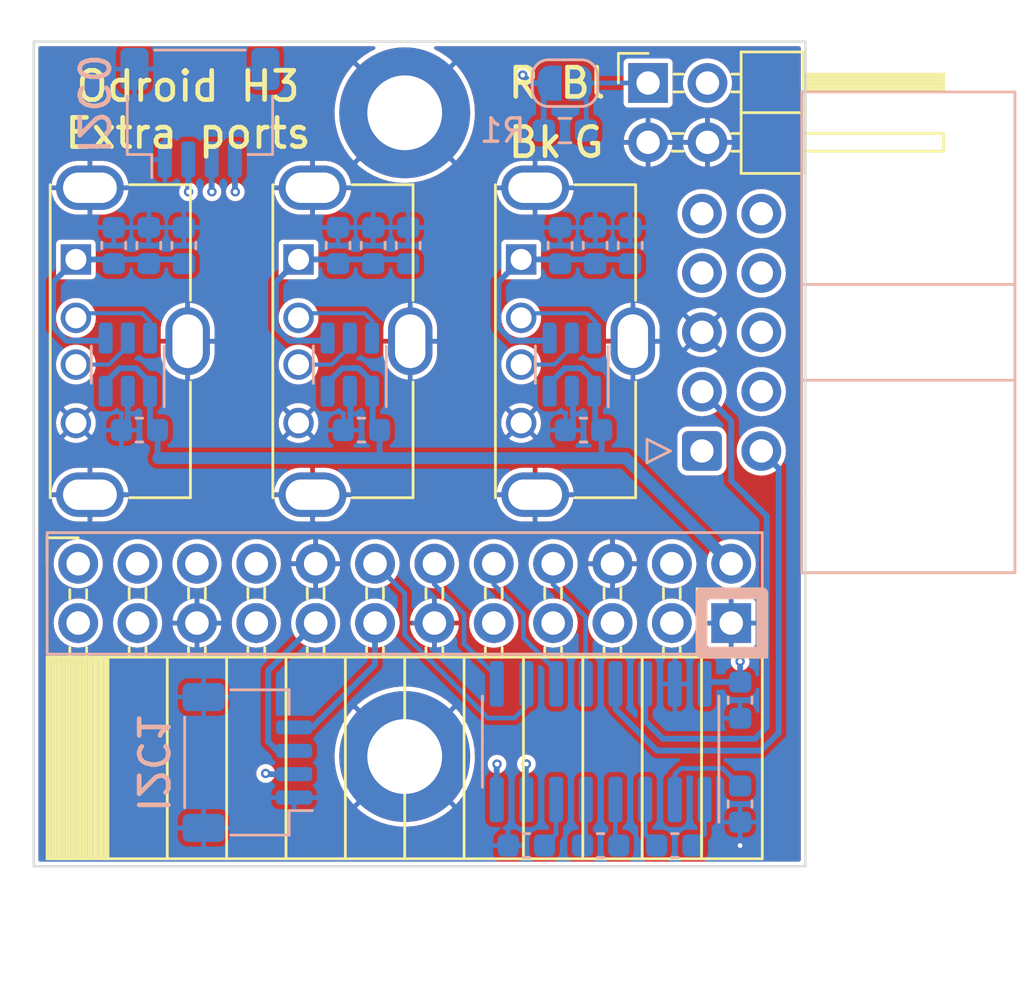
<source format=kicad_pcb>
(kicad_pcb (version 20211014) (generator pcbnew)
  (layers (0 "F.Cu" signal) (1 "In1.Cu" signal) (2 "In2.Cu" signal) (31 "B.Cu" signal) (34 "B.Paste" user) (35 "F.Paste" user) (36 "B.SilkS" user "B.Silkscreen") (37 "F.SilkS" user "F.Silkscreen") (38 "B.Mask" user) (39 "F.Mask" user) (44 "Edge.Cuts" user))
  (net 0 "")
  (net 1 "Net-(C1-Pad1)")
  (net 2 "Net-(C1-Pad2)")
  (net 3 "GND")
  (net 4 "/+3.3V_RUN_H")
  (net 5 "Net-(C3-Pad1)")
  (net 6 "Net-(C3-Pad2)")
  (net 7 "Net-(C4-Pad2)")
  (net 8 "Net-(C5-Pad2)")
  (net 9 "/+5V_RUN_H")
  (net 10 "/USB2_P5_DN")
  (net 11 "/USB2_P5_DP")
  (net 12 "/USB2_P6_DN")
  (net 13 "/USB2_P6_DP")
  (net 14 "/USB2_P7_DN")
  (net 15 "/USB2_P7_DP")
  (net 16 "/PWR_BTN#")
  (net 18 "/RS232_RX")
  (net 19 "/RS232_TX")
  (net 22 "/RS232_RTS")
  (net 23 "/RS232_CTS")
  (net 25 "/UART0_RXD")
  (net 26 "/UART0_TXD")
  (net 27 "/UART0_CTS#")
  (net 28 "/I2C_1_SCL")
  (net 29 "/UART0_RTS#")
  (net 30 "/I2C_1_SDA")
  (net 31 "/I2C_0_SCL")
  (net 32 "/I2C_0_SDA")
  (net 33 "/HDMI_CEC")
  (net 34 "/+V5P0A")
  (net 36 "Net-(J4-Pad1)")
  (net 37 "Net-(J1-Pad1)")
  (net 38 "Net-(J2-Pad1)")
  (net 39 "Net-(J3-Pad1)")
  (footprint "MountingHole:MountingHole_3.2mm_M3_DIN965_Pad" (layer "F.Cu") (at 171.45 79.375)
    (fp_text reference "H2" hide)
    (fp_text value "MountingHole_Pad")
    (pad "1" thru_hole circle (at 0 0) (size 5.6 5.6) (drill 3.2) (layers *.Cu *.Mask) (net 3 "GND"))
  )
  (footprint "Connector_USB:USB_A_Molex_105057_Vertical" (layer "F.Cu") (at 157.381 58.095 -90)
    (fp_text reference "J2" hide)
    (fp_text value "USB_A")
    (pad "1" thru_hole rect (at 0 0 270) (size 1.3 1.3) (drill 0.9) (layers *.Cu *.Mask) (net 38 "Net-(J2-Pad1)"))
    (pad "2" thru_hole circle (at 2.5 0 270) (size 1.3 1.3) (drill 0.9) (layers *.Cu *.Mask) (net 12 "/USB2_P6_DN"))
    (pad "3" thru_hole circle (at 4.5 0 270) (size 1.3 1.3) (drill 0.9) (layers *.Cu *.Mask) (net 13 "/USB2_P6_DP"))
    (pad "4" thru_hole circle (at 7 0 270) (size 1.3 1.3) (drill 0.9) (layers *.Cu *.Mask) (net 3 "GND"))
    (pad "5" thru_hole oval (at -3.07 -0.6 90) (size 1.9 2.9) (drill oval 1.3 2.3) (layers *.Cu *.Mask) (net 3 "GND"))
    (pad "5" thru_hole oval (at 10.07 -0.6 270) (size 1.9 2.9) (drill oval 1.3 2.3) (layers *.Cu *.Mask) (net 3 "GND"))
    (pad "5" thru_hole oval (at 3.5 -4.78) (size 1.9 2.9) (drill oval 1.3 2.3) (layers *.Cu *.Mask) (net 3 "GND"))
  )
  (footprint "Connector_USB:USB_A_Molex_105057_Vertical" (layer "F.Cu") (at 166.906 58.095 -90)
    (fp_text reference "J1" hide)
    (fp_text value "USB_A")
    (pad "1" thru_hole rect (at 0 0 270) (size 1.3 1.3) (drill 0.9) (layers *.Cu *.Mask) (net 37 "Net-(J1-Pad1)"))
    (pad "2" thru_hole circle (at 2.5 0 270) (size 1.3 1.3) (drill 0.9) (layers *.Cu *.Mask) (net 10 "/USB2_P5_DN"))
    (pad "3" thru_hole circle (at 4.5 0 270) (size 1.3 1.3) (drill 0.9) (layers *.Cu *.Mask) (net 11 "/USB2_P5_DP"))
    (pad "4" thru_hole circle (at 7 0 270) (size 1.3 1.3) (drill 0.9) (layers *.Cu *.Mask) (net 3 "GND"))
    (pad "5" thru_hole oval (at 10.07 -0.6 270) (size 1.9 2.9) (drill oval 1.3 2.3) (layers *.Cu *.Mask) (net 3 "GND"))
    (pad "5" thru_hole oval (at -3.07 -0.6 90) (size 1.9 2.9) (drill oval 1.3 2.3) (layers *.Cu *.Mask) (net 3 "GND"))
    (pad "5" thru_hole oval (at 3.5 -4.78) (size 1.9 2.9) (drill oval 1.3 2.3) (layers *.Cu *.Mask) (net 3 "GND"))
  )
  (footprint "MountingHole:MountingHole_3.2mm_M3_DIN965_Pad" (layer "F.Cu") (at 171.45 51.816)
    (fp_text reference "H1" hide)
    (fp_text value "MountingHole_Pad")
    (pad "1" thru_hole circle (at 0 0) (size 5.6 5.6) (drill 3.2) (layers *.Cu *.Mask) (net 3 "GND"))
  )
  (footprint "Connector_PinHeader_2.54mm:PinHeader_2x02_P2.54mm_Horizontal" (layer "F.Cu") (at 181.864 50.541)
    (fp_text reference "J4" hide)
    (fp_text value "Conn_02x02_Odd_Even")
    (pad "1" thru_hole rect (at 0 0) (size 1.7 1.7) (drill 1) (layers *.Cu *.Mask) (net 36 "Net-(J4-Pad1)"))
    (pad "2" thru_hole oval (at 2.54 0) (size 1.7 1.7) (drill 1) (layers *.Cu *.Mask) (net 16 "/PWR_BTN#"))
    (pad "3" thru_hole oval (at 0 2.54) (size 1.7 1.7) (drill 1) (layers *.Cu *.Mask) (net 3 "GND"))
    (pad "4" thru_hole oval (at 2.54 2.54) (size 1.7 1.7) (drill 1) (layers *.Cu *.Mask) (net 3 "GND"))
  )
  (footprint "Connector_USB:USB_A_Molex_105057_Vertical" (layer "F.Cu") (at 176.431 58.095 -90)
    (fp_text reference "J3" hide)
    (fp_text value "USB_A")
    (pad "1" thru_hole rect (at 0 0 270) (size 1.3 1.3) (drill 0.9) (layers *.Cu *.Mask) (net 39 "Net-(J3-Pad1)"))
    (pad "2" thru_hole circle (at 2.5 0 270) (size 1.3 1.3) (drill 0.9) (layers *.Cu *.Mask) (net 14 "/USB2_P7_DN"))
    (pad "3" thru_hole circle (at 4.5 0 270) (size 1.3 1.3) (drill 0.9) (layers *.Cu *.Mask) (net 15 "/USB2_P7_DP"))
    (pad "4" thru_hole circle (at 7 0 270) (size 1.3 1.3) (drill 0.9) (layers *.Cu *.Mask) (net 3 "GND"))
    (pad "5" thru_hole oval (at 3.5 -4.78) (size 1.9 2.9) (drill oval 1.3 2.3) (layers *.Cu *.Mask) (net 3 "GND"))
    (pad "5" thru_hole oval (at -3.07 -0.6 90) (size 1.9 2.9) (drill oval 1.3 2.3) (layers *.Cu *.Mask) (net 3 "GND"))
    (pad "5" thru_hole oval (at 10.07 -0.6 270) (size 1.9 2.9) (drill oval 1.3 2.3) (layers *.Cu *.Mask) (net 3 "GND"))
  )
  (footprint "Connector_PinSocket_2.54mm:PinSocket_2x12_P2.54mm_Horizontal" (layer "F.Cu") (at 157.48 71.12 90)
    (fp_text reference "J6" hide)
    (fp_text value "Conn_02x12_Odd_Even")
    (pad "1" thru_hole circle (at 0 0 90) (size 1.7 1.7) (drill 1) (layers *.Cu *.Mask) (net 34 "/+V5P0A"))
    (pad "2" thru_hole oval (at -2.54 0 90) (size 1.7 1.7) (drill 1) (layers *.Cu *.Mask) (net 12 "/USB2_P6_DN"))
    (pad "3" thru_hole oval (at 0 2.54 90) (size 1.7 1.7) (drill 1) (layers *.Cu *.Mask) (net 33 "/HDMI_CEC"))
    (pad "4" thru_hole oval (at -2.54 2.54 90) (size 1.7 1.7) (drill 1) (layers *.Cu *.Mask) (net 13 "/USB2_P6_DP"))
    (pad "5" thru_hole oval (at 0 5.08 90) (size 1.7 1.7) (drill 1) (layers *.Cu *.Mask) (net 32 "/I2C_0_SDA"))
    (pad "6" thru_hole oval (at -2.54 5.08 90) (size 1.7 1.7) (drill 1) (layers *.Cu *.Mask) (net 3 "GND"))
    (pad "7" thru_hole oval (at 0 7.62 90) (size 1.7 1.7) (drill 1) (layers *.Cu *.Mask) (net 31 "/I2C_0_SCL"))
    (pad "8" thru_hole oval (at -2.54 7.62 90) (size 1.7 1.7) (drill 1) (layers *.Cu *.Mask) (net 16 "/PWR_BTN#"))
    (pad "9" thru_hole oval (at 0 10.16 90) (size 1.7 1.7) (drill 1) (layers *.Cu *.Mask) (net 3 "GND"))
    (pad "10" thru_hole oval (at -2.54 10.16 90) (size 1.7 1.7) (drill 1) (layers *.Cu *.Mask) (net 30 "/I2C_1_SDA"))
    (pad "11" thru_hole oval (at 0 12.7 90) (size 1.7 1.7) (drill 1) (layers *.Cu *.Mask) (net 29 "/UART0_RTS#"))
    (pad "12" thru_hole oval (at -2.54 12.7 90) (size 1.7 1.7) (drill 1) (layers *.Cu *.Mask) (net 28 "/I2C_1_SCL"))
    (pad "13" thru_hole oval (at 0 15.24 90) (size 1.7 1.7) (drill 1) (layers *.Cu *.Mask) (net 27 "/UART0_CTS#"))
    (pad "14" thru_hole oval (at -2.54 15.24 90) (size 1.7 1.7) (drill 1) (layers *.Cu *.Mask) (net 3 "GND"))
    (pad "15" thru_hole oval (at 0 17.78 90) (size 1.7 1.7) (drill 1) (layers *.Cu *.Mask) (net 26 "/UART0_TXD"))
    (pad "16" thru_hole oval (at -2.54 17.78 90) (size 1.7 1.7) (drill 1) (layers *.Cu *.Mask) (net 10 "/USB2_P5_DN"))
    (pad "17" thru_hole oval (at 0 20.32 90) (size 1.7 1.7) (drill 1) (layers *.Cu *.Mask) (net 25 "/UART0_RXD"))
    (pad "18" thru_hole oval (at -2.54 20.32 90) (size 1.7 1.7) (drill 1) (layers *.Cu *.Mask) (net 11 "/USB2_P5_DP"))
    (pad "19" thru_hole oval (at 0 22.86 90) (size 1.7 1.7) (drill 1) (layers *.Cu *.Mask) (net 3 "GND"))
    (pad "20" thru_hole oval (at -2.54 22.86 90) (size 1.7 1.7) (drill 1) (layers *.Cu *.Mask) (net 14 "/USB2_P7_DN"))
    (pad "21" thru_hole oval (at 0 25.4 90) (size 1.7 1.7) (drill 1) (layers *.Cu *.Mask) (net 4 "/+3.3V_RUN_H"))
    (pad "22" thru_hole oval (at -2.54 25.4 90) (size 1.7 1.7) (drill 1) (layers *.Cu *.Mask) (net 15 "/USB2_P7_DP"))
    (pad "23" thru_hole oval (at 0 27.94 90) (size 1.7 1.7) (drill 1) (layers *.Cu *.Mask) (net 9 "/+5V_RUN_H"))
    (pad "24" thru_hole oval (at -2.54 27.94 90) (size 1.7 1.7) (drill 1) (layers *.Cu *.Mask) (net 3 "GND"))
  )
  (footprint "Capacitor_SMD:C_0603_1608Metric" (layer "B.Cu") (at 171.6 57.5 -90)
    (fp_text reference "C9" hide)
    (fp_text value "47u")
    (pad "1" smd roundrect (at -0.775 0 270) (size 0.9 0.95) (layers "B.Cu" "B.Paste" "B.Mask") (net 3 "GND"))
    (pad "2" smd roundrect (at 0.775 0 270) (size 0.9 0.95) (layers "B.Cu" "B.Paste" "B.Mask") (net 37 "Net-(J1-Pad1)"))
  )
  (footprint "Jumper:SolderJumper-2_P1.3mm_Open_RoundedPad1.0x1.5mm" (layer "B.Cu") (at 178.308 50.546 180)
    (fp_text reference "JP1" hide)
    (fp_text value "Solder Jumper")
    (pad "1" smd custom (at -0.65 0 180) (size 1 0.5) (layers "B.Cu" "B.Mask") (net 36 "Net-(J4-Pad1)") (options (clearance outline) (anchor rect)) (primitives (gr_circle (center 0 -0.25) (end 0.5 -0.25) (width 0) (fill yes)) (gr_circle (center 0 0.25) (end 0.5 0.25) (width 0) (fill yes)) (gr_poly (pts (xy 0.5 -0.75) (xy 0 -0.75) (xy 0 0.75) (xy 0.5 0.75)) (width 0) (fill yes))))
    (pad "2" smd custom (at 0.65 0 180) (size 1 0.5) (layers "B.Cu" "B.Mask") (net 4 "/+3.3V_RUN_H") (options (clearance outline) (anchor rect)) (primitives (gr_circle (center 0 -0.25) (end 0.5 -0.25) (width 0) (fill yes)) (gr_circle (center 0 0.25) (end 0.5 0.25) (width 0) (fill yes)) (gr_poly (pts (xy 0 -0.75) (xy -0.5 -0.75) (xy -0.5 0.75) (xy 0 0.75)) (width 0) (fill yes))))
  )
  (footprint "Package_TO_SOT_SMD:SOT-23-6" (layer "B.Cu") (at 169.1 62.6 90)
    (fp_text reference "U2" hide)
    (fp_text value "TPD3S014")
    (pad "1" smd roundrect (at -1.1375 0.95 90) (size 1.325 0.6) (layers "B.Cu" "B.Paste" "B.Mask") (net 9 "/+5V_RUN_H"))
    (pad "2" smd roundrect (at -1.1375 0 90) (size 1.325 0.6) (layers "B.Cu" "B.Paste" "B.Mask") (net 3 "GND"))
    (pad "3" smd roundrect (at -1.1375 -0.95 90) (size 1.325 0.6) (layers "B.Cu" "B.Paste" "B.Mask") (net 9 "/+5V_RUN_H"))
    (pad "4" smd roundrect (at 1.1375 -0.95 90) (size 1.325 0.6) (layers "B.Cu" "B.Paste" "B.Mask") (net 37 "Net-(J1-Pad1)"))
    (pad "5" smd roundrect (at 1.1375 0 90) (size 1.325 0.6) (layers "B.Cu" "B.Paste" "B.Mask") (net 11 "/USB2_P5_DP"))
    (pad "6" smd roundrect (at 1.1375 0.95 90) (size 1.325 0.6) (layers "B.Cu" "B.Paste" "B.Mask") (net 10 "/USB2_P5_DN"))
  )
  (footprint "Connector_PinHeader_2.54mm:PinHeader_2x12_P2.54mm_Vertical" (layer "B.Cu") (at 185.42 73.66 90)
    (fp_text reference "J9" hide)
    (fp_text value "Conn_02x12_Odd_Even")
    (pad "1" thru_hole rect (at 0 0 90) (size 1.7 1.7) (drill 1) (layers *.Cu *.Mask) (net 3 "GND"))
    (pad "2" thru_hole oval (at 2.54 0 90) (size 1.7 1.7) (drill 1) (layers *.Cu *.Mask) (net 9 "/+5V_RUN_H"))
    (pad "3" thru_hole oval (at 0 -2.54 90) (size 1.7 1.7) (drill 1) (layers *.Cu *.Mask) (net 15 "/USB2_P7_DP"))
    (pad "4" thru_hole oval (at 2.54 -2.54 90) (size 1.7 1.7) (drill 1) (layers *.Cu *.Mask) (net 4 "/+3.3V_RUN_H"))
    (pad "5" thru_hole oval (at 0 -5.08 90) (size 1.7 1.7) (drill 1) (layers *.Cu *.Mask) (net 14 "/USB2_P7_DN"))
    (pad "6" thru_hole oval (at 2.54 -5.08 90) (size 1.7 1.7) (drill 1) (layers *.Cu *.Mask) (net 3 "GND"))
    (pad "7" thru_hole oval (at 0 -7.62 90) (size 1.7 1.7) (drill 1) (layers *.Cu *.Mask) (net 11 "/USB2_P5_DP"))
    (pad "8" thru_hole oval (at 2.54 -7.62 90) (size 1.7 1.7) (drill 1) (layers *.Cu *.Mask) (net 25 "/UART0_RXD"))
    (pad "9" thru_hole oval (at 0 -10.16 90) (size 1.7 1.7) (drill 1) (layers *.Cu *.Mask) (net 10 "/USB2_P5_DN"))
    (pad "10" thru_hole oval (at 2.54 -10.16 90) (size 1.7 1.7) (drill 1) (layers *.Cu *.Mask) (net 26 "/UART0_TXD"))
    (pad "11" thru_hole oval (at 0 -12.7 90) (size 1.7 1.7) (drill 1) (layers *.Cu *.Mask) (net 3 "GND"))
    (pad "12" thru_hole oval (at 2.54 -12.7 90) (size 1.7 1.7) (drill 1) (layers *.Cu *.Mask) (net 27 "/UART0_CTS#"))
    (pad "13" thru_hole oval (at 0 -15.24 90) (size 1.7 1.7) (drill 1) (layers *.Cu *.Mask) (net 28 "/I2C_1_SCL"))
    (pad "14" thru_hole oval (at 2.54 -15.24 90) (size 1.7 1.7) (drill 1) (layers *.Cu *.Mask) (net 29 "/UART0_RTS#"))
    (pad "15" thru_hole oval (at 0 -17.78 90) (size 1.7 1.7) (drill 1) (layers *.Cu *.Mask) (net 30 "/I2C_1_SDA"))
    (pad "16" thru_hole oval (at 2.54 -17.78 90) (size 1.7 1.7) (drill 1) (layers *.Cu *.Mask) (net 3 "GND"))
    (pad "17" thru_hole oval (at 0 -20.32 90) (size 1.7 1.7) (drill 1) (layers *.Cu *.Mask) (net 16 "/PWR_BTN#"))
    (pad "18" thru_hole oval (at 2.54 -20.32 90) (size 1.7 1.7) (drill 1) (layers *.Cu *.Mask) (net 31 "/I2C_0_SCL"))
    (pad "19" thru_hole oval (at 0 -22.86 90) (size 1.7 1.7) (drill 1) (layers *.Cu *.Mask) (net 3 "GND"))
    (pad "20" thru_hole oval (at 2.54 -22.86 90) (size 1.7 1.7) (drill 1) (layers *.Cu *.Mask) (net 32 "/I2C_0_SDA"))
    (pad "21" thru_hole oval (at 0 -25.4 90) (size 1.7 1.7) (drill 1) (layers *.Cu *.Mask) (net 13 "/USB2_P6_DP"))
    (pad "22" thru_hole oval (at 2.54 -25.4 90) (size 1.7 1.7) (drill 1) (layers *.Cu *.Mask) (net 33 "/HDMI_CEC"))
    (pad "23" thru_hole oval (at 0 -27.94 90) (size 1.7 1.7) (drill 1) (layers *.Cu *.Mask) (net 12 "/USB2_P6_DN"))
    (pad "24" thru_hole oval (at 2.54 -27.94 90) (size 1.7 1.7) (drill 1) (layers *.Cu *.Mask) (net 34 "/+V5P0A"))
  )
  (footprint "Capacitor_SMD:C_0603_1608Metric" (layer "B.Cu") (at 160.5 57.5 -90)
    (fp_text reference "C12" hide)
    (fp_text value "47u")
    (pad "1" smd roundrect (at -0.775 0 270) (size 0.9 0.95) (layers "B.Cu" "B.Paste" "B.Mask") (net 3 "GND"))
    (pad "2" smd roundrect (at 0.775 0 270) (size 0.9 0.95) (layers "B.Cu" "B.Paste" "B.Mask") (net 38 "Net-(J2-Pad1)"))
  )
  (footprint "Capacitor_SMD:C_0603_1608Metric" (layer "B.Cu") (at 181.1 57.5 -90)
    (fp_text reference "C17" hide)
    (fp_text value "47u")
    (pad "1" smd roundrect (at -0.775 0 270) (size 0.9 0.95) (layers "B.Cu" "B.Paste" "B.Mask") (net 3 "GND"))
    (pad "2" smd roundrect (at 0.775 0 270) (size 0.9 0.95) (layers "B.Cu" "B.Paste" "B.Mask") (net 39 "Net-(J3-Pad1)"))
  )
  (footprint "Capacitor_SMD:C_0603_1608Metric" (layer "B.Cu") (at 185.801 76.962 90)
    (fp_text reference "C2" hide)
    (fp_text value "1u 16V")
    (pad "1" smd roundrect (at -0.775 0 90) (size 0.9 0.95) (layers "B.Cu" "B.Paste" "B.Mask") (net 3 "GND"))
    (pad "2" smd roundrect (at 0.775 0 90) (size 0.9 0.95) (layers "B.Cu" "B.Paste" "B.Mask") (net 4 "/+3.3V_RUN_H"))
  )
  (footprint "Capacitor_SMD:C_0603_1608Metric" (layer "B.Cu") (at 160.1 65.4 180)
    (fp_text reference "C10" hide)
    (fp_text value "100n")
    (pad "1" smd roundrect (at -0.775 0 180) (size 0.9 0.95) (layers "B.Cu" "B.Paste" "B.Mask") (net 9 "/+5V_RUN_H"))
    (pad "2" smd roundrect (at 0.775 0 180) (size 0.9 0.95) (layers "B.Cu" "B.Paste" "B.Mask") (net 3 "GND"))
  )
  (footprint "Capacitor_SMD:C_0603_1608Metric" (layer "B.Cu") (at 159 57.5 -90)
    (fp_text reference "C11" hide)
    (fp_text value "47u")
    (pad "1" smd roundrect (at -0.775 0 270) (size 0.9 0.95) (layers "B.Cu" "B.Paste" "B.Mask") (net 3 "GND"))
    (pad "2" smd roundrect (at 0.775 0 270) (size 0.9 0.95) (layers "B.Cu" "B.Paste" "B.Mask") (net 38 "Net-(J2-Pad1)"))
  )
  (footprint "Capacitor_SMD:C_0603_1608Metric" (layer "B.Cu") (at 178.1 57.5 -90)
    (fp_text reference "C15" hide)
    (fp_text value "47u")
    (pad "1" smd roundrect (at -0.775 0 270) (size 0.9 0.95) (layers "B.Cu" "B.Paste" "B.Mask") (net 3 "GND"))
    (pad "2" smd roundrect (at 0.775 0 270) (size 0.9 0.95) (layers "B.Cu" "B.Paste" "B.Mask") (net 39 "Net-(J3-Pad1)"))
  )
  (footprint "Package_SO:SOIC-16_3.9x9.9mm_P1.27mm" (layer "B.Cu") (at 179.832 78.74 90)
    (fp_text reference "U1" hide)
    (fp_text value "MAX3232")
    (pad "1" smd roundrect (at -2.475 4.445 90) (size 1.95 0.6) (layers "B.Cu" "B.Paste" "B.Mask") (net 1 "Net-(C1-Pad1)"))
    (pad "2" smd roundrect (at -2.475 3.175 90) (size 1.95 0.6) (layers "B.Cu" "B.Paste" "B.Mask") (net 7 "Net-(C4-Pad2)"))
    (pad "3" smd roundrect (at -2.475 1.905 90) (size 1.95 0.6) (layers "B.Cu" "B.Paste" "B.Mask") (net 2 "Net-(C1-Pad2)"))
    (pad "4" smd roundrect (at -2.475 0.635 90) (size 1.95 0.6) (layers "B.Cu" "B.Paste" "B.Mask") (net 6 "Net-(C3-Pad2)"))
    (pad "5" smd roundrect (at -2.475 -0.635 90) (size 1.95 0.6) (layers "B.Cu" "B.Paste" "B.Mask") (net 5 "Net-(C3-Pad1)"))
    (pad "6" smd roundrect (at -2.475 -1.905 90) (size 1.95 0.6) (layers "B.Cu" "B.Paste" "B.Mask") (net 8 "Net-(C5-Pad2)"))
    (pad "7" smd roundrect (at -2.475 -3.175 90) (size 1.95 0.6) (layers "B.Cu" "B.Paste" "B.Mask") (net 22 "/RS232_RTS"))
    (pad "8" smd roundrect (at -2.475 -4.445 90) (size 1.95 0.6) (layers "B.Cu" "B.Paste" "B.Mask") (net 23 "/RS232_CTS"))
    (pad "9" smd roundrect (at 2.475 -4.445 90) (size 1.95 0.6) (layers "B.Cu" "B.Paste" "B.Mask") (net 27 "/UART0_CTS#"))
    (pad "10" smd roundrect (at 2.475 -3.175 90) (size 1.95 0.6) (layers "B.Cu" "B.Paste" "B.Mask") (net 29 "/UART0_RTS#"))
    (pad "11" smd roundrect (at 2.475 -1.905 90) (size 1.95 0.6) (layers "B.Cu" "B.Paste" "B.Mask") (net 26 "/UART0_TXD"))
    (pad "12" smd roundrect (at 2.475 -0.635 90) (size 1.95 0.6) (layers "B.Cu" "B.Paste" "B.Mask") (net 25 "/UART0_RXD"))
    (pad "13" smd roundrect (at 2.475 0.635 90) (size 1.95 0.6) (layers "B.Cu" "B.Paste" "B.Mask") (net 18 "/RS232_RX"))
    (pad "14" smd roundrect (at 2.475 1.905 90) (size 1.95 0.6) (layers "B.Cu" "B.Paste" "B.Mask") (net 19 "/RS232_TX"))
    (pad "15" smd roundrect (at 2.475 3.175 90) (size 1.95 0.6) (layers "B.Cu" "B.Paste" "B.Mask") (net 3 "GND"))
    (pad "16" smd roundrect (at 2.475 4.445 90) (size 1.95 0.6) (layers "B.Cu" "B.Paste" "B.Mask") (net 4 "/+3.3V_RUN_H"))
  )
  (footprint "Package_TO_SOT_SMD:SOT-23-6" (layer "B.Cu") (at 159.6 62.6 90)
    (fp_text reference "U3" hide)
    (fp_text value "TPD3S014")
    (pad "1" smd roundrect (at -1.1375 0.95 90) (size 1.325 0.6) (layers "B.Cu" "B.Paste" "B.Mask") (net 9 "/+5V_RUN_H"))
    (pad "2" smd roundrect (at -1.1375 0 90) (size 1.325 0.6) (layers "B.Cu" "B.Paste" "B.Mask") (net 3 "GND"))
    (pad "3" smd roundrect (at -1.1375 -0.95 90) (size 1.325 0.6) (layers "B.Cu" "B.Paste" "B.Mask") (net 9 "/+5V_RUN_H"))
    (pad "4" smd roundrect (at 1.1375 -0.95 90) (size 1.325 0.6) (layers "B.Cu" "B.Paste" "B.Mask") (net 38 "Net-(J2-Pad1)"))
    (pad "5" smd roundrect (at 1.1375 0 90) (size 1.325 0.6) (layers "B.Cu" "B.Paste" "B.Mask") (net 13 "/USB2_P6_DP"))
    (pad "6" smd roundrect (at 1.1375 0.95 90) (size 1.325 0.6) (layers "B.Cu" "B.Paste" "B.Mask") (net 12 "/USB2_P6_DN"))
  )
  (footprint "Capacitor_SMD:C_0603_1608Metric" (layer "B.Cu") (at 183.007 83.185 180)
    (fp_text reference "C1" hide)
    (fp_text value "100n 16V")
    (pad "1" smd roundrect (at -0.775 0 180) (size 0.9 0.95) (layers "B.Cu" "B.Paste" "B.Mask") (net 1 "Net-(C1-Pad1)"))
    (pad "2" smd roundrect (at 0.775 0 180) (size 0.9 0.95) (layers "B.Cu" "B.Paste" "B.Mask") (net 2 "Net-(C1-Pad2)"))
  )
  (footprint "Capacitor_SMD:C_0603_1608Metric" (layer "B.Cu") (at 179.1 65.4 180)
    (fp_text reference "C14" hide)
    (fp_text value "100n")
    (pad "1" smd roundrect (at -0.775 0 180) (size 0.9 0.95) (layers "B.Cu" "B.Paste" "B.Mask") (net 9 "/+5V_RUN_H"))
    (pad "2" smd roundrect (at 0.775 0 180) (size 0.9 0.95) (layers "B.Cu" "B.Paste" "B.Mask") (net 3 "GND"))
  )
  (footprint "Capacitor_SMD:C_0603_1608Metric" (layer "B.Cu") (at 168.6 57.5 -90)
    (fp_text reference "C7" hide)
    (fp_text value "47u")
    (pad "1" smd roundrect (at -0.775 0 270) (size 0.9 0.95) (layers "B.Cu" "B.Paste" "B.Mask") (net 3 "GND"))
    (pad "2" smd roundrect (at 0.775 0 270) (size 0.9 0.95) (layers "B.Cu" "B.Paste" "B.Mask") (net 37 "Net-(J1-Pad1)"))
  )
  (footprint "Package_TO_SOT_SMD:SOT-23-6" (layer "B.Cu") (at 178.6 62.6 90)
    (fp_text reference "U4" hide)
    (fp_text value "TPD3S014")
    (pad "1" smd roundrect (at -1.1375 0.95 90) (size 1.325 0.6) (layers "B.Cu" "B.Paste" "B.Mask") (net 9 "/+5V_RUN_H"))
    (pad "2" smd roundrect (at -1.1375 0 90) (size 1.325 0.6) (layers "B.Cu" "B.Paste" "B.Mask") (net 3 "GND"))
    (pad "3" smd roundrect (at -1.1375 -0.95 90) (size 1.325 0.6) (layers "B.Cu" "B.Paste" "B.Mask") (net 9 "/+5V_RUN_H"))
    (pad "4" smd roundrect (at 1.1375 -0.95 90) (size 1.325 0.6) (layers "B.Cu" "B.Paste" "B.Mask") (net 39 "Net-(J3-Pad1)"))
    (pad "5" smd roundrect (at 1.1375 0 90) (size 1.325 0.6) (layers "B.Cu" "B.Paste" "B.Mask") (net 15 "/USB2_P7_DP"))
    (pad "6" smd roundrect (at 1.1375 0.95 90) (size 1.325 0.6) (layers "B.Cu" "B.Paste" "B.Mask") (net 14 "/USB2_P7_DN"))
  )
  (footprint "Capacitor_SMD:C_0603_1608Metric" (layer "B.Cu") (at 176.657 83.185)
    (fp_text reference "C5" hide)
    (fp_text value "100n 16V")
    (pad "1" smd roundrect (at -0.775 0) (size 0.9 0.95) (layers "B.Cu" "B.Paste" "B.Mask") (net 3 "GND"))
    (pad "2" smd roundrect (at 0.775 0) (size 0.9 0.95) (layers "B.Cu" "B.Paste" "B.Mask") (net 8 "Net-(C5-Pad2)"))
  )
  (footprint "Capacitor_SMD:C_0603_1608Metric" (layer "B.Cu") (at 179.6 57.5 -90)
    (fp_text reference "C16" hide)
    (fp_text value "47u")
    (pad "1" smd roundrect (at -0.775 0 270) (size 0.9 0.95) (layers "B.Cu" "B.Paste" "B.Mask") (net 3 "GND"))
    (pad "2" smd roundrect (at 0.775 0 270) (size 0.9 0.95) (layers "B.Cu" "B.Paste" "B.Mask") (net 39 "Net-(J3-Pad1)"))
  )
  (footprint "Connector_IDC:IDC-Header_2x05_P2.54mm_Horizontal" (layer "B.Cu") (at 184.1675 66.294)
    (fp_text reference "J5" hide)
    (fp_text value "RS232")
    (pad "1" thru_hole roundrect (at 0 0) (size 1.7 1.7) (drill 1) (layers *.Cu *.Mask) (roundrect_rratio 0.147059))
    (pad "2" thru_hole circle (at 2.54 0) (size 1.7 1.7) (drill 1) (layers *.Cu *.Mask) (net 18 "/RS232_RX"))
    (pad "3" thru_hole circle (at 0 -2.54) (size 1.7 1.7) (drill 1) (layers *.Cu *.Mask) (net 19 "/RS232_TX"))
    (pad "4" thru_hole circle (at 2.54 -2.54) (size 1.7 1.7) (drill 1) (layers *.Cu *.Mask))
    (pad "5" thru_hole circle (at 0 -5.08) (size 1.7 1.7) (drill 1) (layers *.Cu *.Mask) (net 3 "GND"))
    (pad "6" thru_hole circle (at 2.54 -5.08) (size 1.7 1.7) (drill 1) (layers *.Cu *.Mask))
    (pad "7" thru_hole circle (at 0 -7.62) (size 1.7 1.7) (drill 1) (layers *.Cu *.Mask) (net 22 "/RS232_RTS"))
    (pad "8" thru_hole circle (at 2.54 -7.62) (size 1.7 1.7) (drill 1) (layers *.Cu *.Mask) (net 23 "/RS232_CTS"))
    (pad "9" thru_hole circle (at 0 -10.16) (size 1.7 1.7) (drill 1) (layers *.Cu *.Mask))
    (pad "10" thru_hole circle (at 2.54 -10.16) (size 1.7 1.7) (drill 1) (layers *.Cu *.Mask))
  )
  (footprint "Capacitor_SMD:C_0603_1608Metric" (layer "B.Cu") (at 179.832 83.185)
    (fp_text reference "C3" hide)
    (fp_text value "100n 16V")
    (pad "1" smd roundrect (at -0.775 0) (size 0.9 0.95) (layers "B.Cu" "B.Paste" "B.Mask") (net 5 "Net-(C3-Pad1)"))
    (pad "2" smd roundrect (at 0.775 0) (size 0.9 0.95) (layers "B.Cu" "B.Paste" "B.Mask") (net 6 "Net-(C3-Pad2)"))
  )
  (footprint "Capacitor_SMD:C_0603_1608Metric" (layer "B.Cu") (at 185.8 81.407 90)
    (fp_text reference "C4" hide)
    (fp_text value "100n 16V")
    (pad "1" smd roundrect (at -0.775 0 90) (size 0.9 0.95) (layers "B.Cu" "B.Paste" "B.Mask") (net 3 "GND"))
    (pad "2" smd roundrect (at 0.775 0 90) (size 0.9 0.95) (layers "B.Cu" "B.Paste" "B.Mask") (net 7 "Net-(C4-Pad2)"))
  )
  (footprint "Resistor_SMD:R_0603_1608Metric_Pad0.98x0.95mm_HandSolder" (layer "B.Cu") (at 178.308 52.578 180)
    (fp_text reference "R1" (at 2.667 0) (layer "B.SilkS") (effects (justify mirror)))
    (fp_text value "DNI")
    (pad "1" smd roundrect (at -0.9125 0 180) (size 0.975 0.95) (layers "B.Cu" "B.Paste" "B.Mask") (net 36 "Net-(J4-Pad1)"))
    (pad "2" smd roundrect (at 0.9125 0 180) (size 0.975 0.95) (layers "B.Cu" "B.Paste" "B.Mask") (net 4 "/+3.3V_RUN_H"))
  )
  (footprint "Connector_JST:JST_SH_SM04B-SRSS-TB_1x04-1MP_P1.00mm_Horizontal" (layer "B.Cu") (at 162.687 51.816)
    (fp_text reference "J7" hide)
    (fp_text value "Qwiik")
    (pad "1" smd roundrect (at -1.5 2) (size 0.6 1.55) (layers "B.Cu" "B.Paste" "B.Mask") (net 3 "GND"))
    (pad "2" smd roundrect (at -0.5 2) (size 0.6 1.55) (layers "B.Cu" "B.Paste" "B.Mask") (net 4 "/+3.3V_RUN_H"))
    (pad "3" smd roundrect (at 0.5 2) (size 0.6 1.55) (layers "B.Cu" "B.Paste" "B.Mask") (net 32 "/I2C_0_SDA"))
    (pad "4" smd roundrect (at 1.5 2) (size 0.6 1.55) (layers "B.Cu" "B.Paste" "B.Mask") (net 31 "/I2C_0_SCL"))
    (pad "MP" smd roundrect (at 2.8 -1.875) (size 1.2 1.8) (layers "B.Cu" "B.Paste" "B.Mask") (roundrect_rratio 0.208333) (net 3 "GND"))
    (pad "MP" smd roundrect (at -2.8 -1.875) (size 1.2 1.8) (layers "B.Cu" "B.Paste" "B.Mask") (roundrect_rratio 0.208333) (net 3 "GND"))
  )
  (footprint "Capacitor_SMD:C_0603_1608Metric" (layer "B.Cu") (at 170.1 57.5 -90)
    (fp_text reference "C8" hide)
    (fp_text value "47u")
    (pad "1" smd roundrect (at -0.775 0 270) (size 0.9 0.95) (layers "B.Cu" "B.Paste" "B.Mask") (net 3 "GND"))
    (pad "2" smd roundrect (at 0.775 0 270) (size 0.9 0.95) (layers "B.Cu" "B.Paste" "B.Mask") (net 37 "Net-(J1-Pad1)"))
  )
  (footprint "Capacitor_SMD:C_0603_1608Metric" (layer "B.Cu") (at 162 57.5 -90)
    (fp_text reference "C13" hide)
    (fp_text value "47u")
    (pad "1" smd roundrect (at -0.775 0 270) (size 0.9 0.95) (layers "B.Cu" "B.Paste" "B.Mask") (net 3 "GND"))
    (pad "2" smd roundrect (at 0.775 0 270) (size 0.9 0.95) (layers "B.Cu" "B.Paste" "B.Mask") (net 38 "Net-(J2-Pad1)"))
  )
  (footprint "Connector_JST:JST_SH_SM04B-SRSS-TB_1x04-1MP_P1.00mm_Horizontal" (layer "B.Cu") (at 164.719 79.629 90)
    (fp_text reference "J8" hide)
    (fp_text value "Qwiik")
    (pad "1" smd roundrect (at -1.5 2 90) (size 0.6 1.55) (layers "B.Cu" "B.Paste" "B.Mask") (net 3 "GND"))
    (pad "2" smd roundrect (at -0.5 2 90) (size 0.6 1.55) (layers "B.Cu" "B.Paste" "B.Mask") (net 4 "/+3.3V_RUN_H"))
    (pad "3" smd roundrect (at 0.5 2 90) (size 0.6 1.55) (layers "B.Cu" "B.Paste" "B.Mask") (net 30 "/I2C_1_SDA"))
    (pad "4" smd roundrect (at 1.5 2 90) (size 0.6 1.55) (layers "B.Cu" "B.Paste" "B.Mask") (net 28 "/I2C_1_SCL"))
    (pad "MP" smd roundrect (at 2.8 -1.875 90) (size 1.2 1.8) (layers "B.Cu" "B.Paste" "B.Mask") (roundrect_rratio 0.208333) (net 3 "GND"))
    (pad "MP" smd roundrect (at -2.8 -1.875 90) (size 1.2 1.8) (layers "B.Cu" "B.Paste" "B.Mask") (roundrect_rratio 0.208333) (net 3 "GND"))
  )
  (footprint "Capacitor_SMD:C_0603_1608Metric" (layer "B.Cu") (at 169.6 65.4 180)
    (fp_text reference "C6" hide)
    (fp_text value "100n")
    (pad "1" smd roundrect (at -0.775 0 180) (size 0.9 0.95) (layers "B.Cu" "B.Paste" "B.Mask") (net 9 "/+5V_RUN_H"))
    (pad "2" smd roundrect (at 0.775 0 180) (size 0.9 0.95) (layers "B.Cu" "B.Paste" "B.Mask") (net 3 "GND"))
  )
  (gr_poly (pts (xy 186.750001 72.39) (xy 184.15 72.39) (xy 184.15 74.93) (xy 186.75 74.93)) (layer "B.SilkS") (width 0.5) (fill none))
  (gr_rect (start 184.15 72.39) (end 186.75 74.93) (layer "F.SilkS") (width 0.5) (fill none))
  (gr_line (start 188.595 67.945) (end 188.595 48.768) (layer "Edge.Cuts") (width 0.1))
  (gr_line (start 155.575 84.074) (end 155.575 48.768) (layer "Edge.Cuts") (width 0.1))
  (gr_line (start 155.575 48.768) (end 188.595 48.768) (layer "Edge.Cuts") (width 0.1))
  (gr_line (start 188.595 84.074) (end 188.595 67.945) (layer "Edge.Cuts") (width 0.1))
  (gr_line (start 187.325 84.074) (end 155.575 84.074) (layer "Edge.Cuts") (width 0.1))
  (gr_line (start 187.325 84.074) (end 188.595 84.074) (layer "Edge.Cuts") (width 0.1))
  (gr_text "I2C1" (at 160.655 79.629 270) (layer "B.SilkS") (effects (font (size 1.25 1.25) (thickness 0.2)) (justify mirror)))
  (gr_text "I2C0" (at 158.115 51.435 270) (layer "B.SilkS") (effects (font (size 1.25 1.25) (thickness 0.2)) (justify mirror)))
  (gr_text "Bl" (at 179.07 50.546) (layer "F.SilkS") (effects (font (size 1.25 1.25) (thickness 0.2))))
  (gr_text "G" (at 179.324 53.086) (layer "F.SilkS") (effects (font (size 1.25 1.25) (thickness 0.2))))
  (gr_text "R" (at 176.53 50.546) (layer "F.SilkS") (effects (font (size 1.25 1.25) (thickness 0.2))))
  (gr_text "Odroid H3\nExtra ports" (at 162.179 51.689) (layer "F.SilkS") (effects (font (size 1.25 1.25) (thickness 0.2))))
  (gr_text "Bk" (at 177.038 53.086) (layer "F.SilkS") (effects (font (size 1.25 1.25) (thickness 0.2))))
  (segment (start 184.277 82.69) (end 183.782 83.185) (width 0.2) (layer "B.Cu") (net 1))
  (segment (start 184.277 81.215) (end 184.277 82.69) (width 0.2) (layer "B.Cu") (net 1))
  (segment (start 181.737 82.69) (end 182.232 83.185) (width 0.2) (layer "B.Cu") (net 2))
  (segment (start 181.737 81.215) (end 181.737 82.69) (width 0.2) (layer "B.Cu") (net 2))
  (via (at 185.801 83.185) (size 0.4) (drill 0.2) (layers "F.Cu" "B.Cu") (net 3))
  (segment (start 185.8 83.184) (end 185.801 83.185) (width 0.2) (layer "B.Cu") (net 3))
  (segment (start 169.125 63.7375) (end 169.125 65.125) (width 0.25) (layer "B.Cu") (net 3))
  (segment (start 159.6 63.7375) (end 159.6 65.125) (width 0.25) (layer "B.Cu") (net 3))
  (segment (start 180.594 61.595) (end 181.211 61.595) (width 0.2) (layer "B.Cu") (net 3))
  (segment (start 169.125 65.125) (end 168.85 65.4) (width 0.25) (layer "B.Cu") (net 3))
  (segment (start 159.6 65.125) (end 159.325 65.4) (width 0.25) (layer "B.Cu") (net 3))
  (segment (start 185.8 82.182) (end 185.8 83.184) (width 0.2) (layer "B.Cu") (net 3))
  (segment (start 178.65 65.125) (end 178.375 65.4) (width 0.25) (layer "B.Cu") (net 3))
  (segment (start 178.65 63.7375) (end 178.65 65.125) (width 0.25) (layer "B.Cu") (net 3))
  (via (at 176.5 50.2) (size 0.4) (drill 0.2) (layers "F.Cu" "B.Cu") (net 4))
  (via (at 162.2 55.2) (size 0.4) (drill 0.2) (layers "F.Cu" "B.Cu") (net 4))
  (via (at 165.5 80.1) (size 0.4) (drill 0.2) (layers "F.Cu" "B.Cu") (net 4))
  (via (at 185.8 75.3) (size 0.4) (drill 0.2) (layers "F.Cu" "B.Cu") (net 4))
  (segment (start 185.801 75.301) (end 185.8 75.3) (width 0.25) (layer "B.Cu") (net 4))
  (segment (start 177.3955 50.8085) (end 177.658 50.546) (width 0.25) (layer "B.Cu") (net 4))
  (segment (start 177.658 50.546) (end 176.846 50.546) (width 0.25) (layer "B.Cu") (net 4))
  (segment (start 185.801 76.187) (end 185.801 75.301) (width 0.25) (layer "B.Cu") (net 4))
  (segment (start 166.719 80.129) (end 165.529 80.129) (width 0.25) (layer "B.Cu") (net 4))
  (segment (start 177.3955 52.578) (end 177.3955 50.8085) (width 0.25) (layer "B.Cu") (net 4))
  (segment (start 184.355 76.187) (end 184.277 76.265) (width 0.25) (layer "B.Cu") (net 4))
  (segment (start 162.187 53.816) (end 162.187 55.187) (width 0.25) (layer "B.Cu") (net 4))
  (segment (start 185.801 76.187) (end 184.355 76.187) (width 0.25) (layer "B.Cu") (net 4))
  (segment (start 165.529 80.129) (end 165.5 80.1) (width 0.25) (layer "B.Cu") (net 4))
  (segment (start 176.846 50.546) (end 176.5 50.2) (width 0.25) (layer "B.Cu") (net 4))
  (segment (start 162.187 55.187) (end 162.2 55.2) (width 0.25) (layer "B.Cu") (net 4))
  (segment (start 179.197 81.215) (end 179.197 83.045) (width 0.2) (layer "B.Cu") (net 5))
  (segment (start 179.197 83.045) (end 179.057 83.185) (width 0.2) (layer "B.Cu") (net 5))
  (segment (start 180.467 81.215) (end 180.467 83.045) (width 0.2) (layer "B.Cu") (net 6))
  (segment (start 180.467 83.045) (end 180.607 83.185) (width 0.2) (layer "B.Cu") (net 6))
  (segment (start 183.261 79.883) (end 185.051 79.883) (width 0.2) (layer "B.Cu") (net 7))
  (segment (start 183.007 80.137) (end 183.261 79.883) (width 0.2) (layer "B.Cu") (net 7))
  (segment (start 185.051 79.883) (end 185.8 80.632) (width 0.2) (layer "B.Cu") (net 7))
  (segment (start 183.007 81.215) (end 183.007 80.137) (width 0.2) (layer "B.Cu") (net 7))
  (segment (start 177.927 82.69) (end 177.432 83.185) (width 0.2) (layer "B.Cu") (net 8))
  (segment (start 177.927 81.215) (end 177.927 82.69) (width 0.2) (layer "B.Cu") (net 8))
  (segment (start 178.303249 62.75) (end 178.996751 62.75) (width 0.25) (layer "B.Cu") (net 9))
  (segment (start 170.075 63.353249) (end 170.075 63.7375) (width 0.25) (layer "B.Cu") (net 9))
  (segment (start 159.946751 62.75) (end 160.55 63.353249) (width 0.25) (layer "B.Cu") (net 9))
  (segment (start 168.175 63.353249) (end 168.778249 62.75) (width 0.25) (layer "B.Cu") (net 9))
  (segment (start 160.875 65.4) (end 160.875 66.575) (width 0.25) (layer "B.Cu") (net 9))
  (segment (start 170.075 63.7375) (end 170.075 65.075) (width 0.25) (layer "B.Cu") (net 9))
  (segment (start 179.875 65.4) (end 179.875 66.525) (width 0.25) (layer "B.Cu") (net 9))
  (segment (start 159.253249 62.75) (end 159.946751 62.75) (width 0.25) (layer "B.Cu") (net 9))
  (segment (start 179.875 66.525) (end 179.8 66.6) (width 0.25) (layer "B.Cu") (net 9))
  (segment (start 179.6 65.075) (end 179.925 65.4) (width 0.25) (layer "B.Cu") (net 9))
  (segment (start 178.996751 62.75) (end 179.6 63.353249) (width 0.25) (layer "B.Cu") (net 9))
  (segment (start 158.65 63.353249) (end 159.253249 62.75) (width 0.25) (layer "B.Cu") (net 9))
  (segment (start 160.55 63.7375) (end 160.55 65.075) (width 0.25) (layer "B.Cu") (net 9))
  (segment (start 170.375 65.4) (end 170.375 66.575) (width 0.25) (layer "B.Cu") (net 9))
  (segment (start 179.6 63.7375) (end 179.6 65.075) (width 0.25) (layer "B.Cu") (net 9))
  (segment (start 177.7 63.353249) (end 178.303249 62.75) (width 0.25) (layer "B.Cu") (net 9))
  (segment (start 177.7 63.7375) (end 177.7 63.353249) (width 0.25) (layer "B.Cu") (net 9))
  (segment (start 170.4 66.6) (end 160.9 66.6) (width 0.5) (layer "B.Cu") (net 9))
  (segment (start 160.55 65.075) (end 160.875 65.4) (width 0.25) (layer "B.Cu") (net 9))
  (segment (start 185.42 71.12) (end 180.9 66.6) (width 0.5) (layer "B.Cu") (net 9))
  (segment (start 170.075 65.075) (end 170.4 65.4) (width 0.25) (layer "B.Cu") (net 9))
  (segment (start 170.375 66.575) (end 170.4 66.6) (width 0.25) (layer "B.Cu") (net 9))
  (segment (start 168.175 63.7375) (end 168.175 63.353249) (width 0.25) (layer "B.Cu") (net 9))
  (segment (start 160.875 66.575) (end 160.9 66.6) (width 0.25) (layer "B.Cu") (net 9))
  (segment (start 180.9 66.6) (end 179.8 66.6) (width 0.5) (layer "B.Cu") (net 9))
  (segment (start 179.6 63.353249) (end 179.6 63.7375) (width 0.25) (layer "B.Cu") (net 9))
  (segment (start 160.55 63.353249) (end 160.55 63.7375) (width 0.25) (layer "B.Cu") (net 9))
  (segment (start 179.8 66.6) (end 170.4 66.6) (width 0.5) (layer "B.Cu") (net 9))
  (segment (start 158.65 63.7375) (end 158.65 63.353249) (width 0.25) (layer "B.Cu") (net 9))
  (segment (start 168.778249 62.75) (end 169.471751 62.75) (width 0.25) (layer "B.Cu") (net 9))
  (segment (start 169.471751 62.75) (end 170.075 63.353249) (width 0.25) (layer "B.Cu") (net 9))
  (segment (start 169.725 60.4) (end 170.075 60.75) (width 0.1778) (layer "B.Cu") (net 10))
  (segment (start 170.075 60.75) (end 170.075 61.4625) (width 0.1778) (layer "B.Cu") (net 10))
  (segment (start 166.906 60.595) (end 167.101 60.4) (width 0.1778) (layer "B.Cu") (net 10))
  (segment (start 167.101 60.4) (end 169.725 60.4) (width 0.1778) (layer "B.Cu") (net 10))
  (segment (start 168.325698 62.595) (end 169.125 61.795698) (width 0.1778) (layer "B.Cu") (net 11))
  (segment (start 169.125 61.795698) (end 169.125 61.4625) (width 0.1778) (layer "B.Cu") (net 11))
  (segment (start 166.906 62.595) (end 168.325698 62.595) (width 0.1778) (layer "B.Cu") (net 11))
  (segment (start 160.2 60.4) (end 160.55 60.75) (width 0.1778) (layer "B.Cu") (net 12))
  (segment (start 160.55 60.75) (end 160.55 61.4625) (width 0.1778) (layer "B.Cu") (net 12))
  (segment (start 157.576 60.4) (end 160.2 60.4) (width 0.1778) (layer "B.Cu") (net 12))
  (segment (start 157.381 60.595) (end 157.576 60.4) (width 0.1778) (layer "B.Cu") (net 12))
  (segment (start 158.800698 62.595) (end 159.6 61.795698) (width 0.1778) (layer "B.Cu") (net 13))
  (segment (start 157.381 62.595) (end 158.800698 62.595) (width 0.1778) (layer "B.Cu") (net 13))
  (segment (start 159.6 61.795698) (end 159.6 61.4625) (width 0.1778) (layer "B.Cu") (net 13))
  (segment (start 179.6 60.75) (end 179.6 61.4625) (width 0.1778) (layer "B.Cu") (net 14))
  (segment (start 179.25 60.4) (end 179.6 60.75) (width 0.1778) (layer "B.Cu") (net 14))
  (segment (start 176.626 60.4) (end 179.25 60.4) (width 0.1778) (layer "B.Cu") (net 14))
  (segment (start 176.431 60.595) (end 176.626 60.4) (width 0.1778) (layer "B.Cu") (net 14))
  (segment (start 176.431 62.595) (end 177.850698 62.595) (width 0.1778) (layer "B.Cu") (net 15))
  (segment (start 177.850698 62.595) (end 178.65 61.795698) (width 0.1778) (layer "B.Cu") (net 15))
  (segment (start 178.65 61.795698) (end 178.65 61.4625) (width 0.1778) (layer "B.Cu") (net 15))
  (segment (start 180.467 76.265) (end 180.467 77.343) (width 0.25) (layer "B.Cu") (net 18))
  (segment (start 182.245 79.121) (end 186.69 79.121) (width 0.25) (layer "B.Cu") (net 18))
  (segment (start 187.452 78.359) (end 187.452 67.0385) (width 0.25) (layer "B.Cu") (net 18))
  (segment (start 186.69 79.121) (end 187.452 78.359) (width 0.25) (layer "B.Cu") (net 18))
  (segment (start 180.467 77.343) (end 182.245 79.121) (width 0.25) (layer "B.Cu") (net 18))
  (segment (start 187.452 67.0385) (end 186.7075 66.294) (width 0.25) (layer "B.Cu") (net 18))
  (segment (start 182.499 78.613) (end 181.737 77.851) (width 0.25) (layer "B.Cu") (net 19))
  (segment (start 184.1675 63.754) (end 185.42 65.0065) (width 0.25) (layer "B.Cu") (net 19))
  (segment (start 186.944 78.105) (end 186.436 78.613) (width 0.25) (layer "B.Cu") (net 19))
  (segment (start 186.436 78.613) (end 182.499 78.613) (width 0.25) (layer "B.Cu") (net 19))
  (segment (start 181.737 77.851) (end 181.737 76.265) (width 0.25) (layer "B.Cu") (net 19))
  (segment (start 185.42 65.0065) (end 185.42 67.564) (width 0.25) (layer "B.Cu") (net 19))
  (segment (start 186.944 69.088) (end 186.944 78.105) (width 0.25) (layer "B.Cu") (net 19))
  (segment (start 185.42 67.564) (end 186.944 69.088) (width 0.25) (layer "B.Cu") (net 19))
  (via (at 176.657 79.694) (size 0.4) (drill 0.2) (layers "F.Cu" "B.Cu") (net 22))
  (segment (start 176.657 81.28) (end 176.657 79.694) (width 0.2) (layer "B.Cu") (net 22))
  (via (at 175.4 79.7) (size 0.4) (drill 0.2) (layers "F.Cu" "B.Cu") (net 23))
  (segment (start 175.387 81.215) (end 175.387 79.713) (width 0.25) (layer "B.Cu") (net 23))
  (segment (start 175.387 79.713) (end 175.4 79.7) (width 0.25) (layer "B.Cu") (net 23))
  (segment (start 177.8 72.009) (end 179.19 73.399) (width 0.2) (layer "B.Cu") (net 25))
  (segment (start 179.19 73.399) (end 179.19 76.258) (width 0.2) (layer "B.Cu") (net 25))
  (segment (start 177.8 71.12) (end 177.8 72.009) (width 0.2) (layer "B.Cu") (net 25))
  (segment (start 179.19 76.258) (end 179.197 76.265) (width 0.2) (layer "B.Cu") (net 25))
  (segment (start 176.53 73.279) (end 176.53 74.295) (width 0.2) (layer "B.Cu") (net 26))
  (segment (start 177.927 75.692) (end 177.927 76.265) (width 0.2) (layer "B.Cu") (net 26))
  (segment (start 175.26 72.009) (end 176.53 73.279) (width 0.2) (layer "B.Cu") (net 26))
  (segment (start 176.53 74.295) (end 177.927 75.692) (width 0.2) (layer "B.Cu") (net 26))
  (segment (start 175.387 75.946) (end 175.387 76.265) (width 0.2) (layer "B.Cu") (net 27))
  (segment (start 172.72 72.009) (end 173.99 73.279) (width 0.2) (layer "B.Cu") (net 27))
  (segment (start 173.99 73.279) (end 173.99 74.549) (width 0.2) (layer "B.Cu") (net 27))
  (segment (start 172.72 71.12) (end 172.72 72.009) (width 0.2) (layer "B.Cu") (net 27))
  (segment (start 173.99 74.549) (end 175.387 75.946) (width 0.2) (layer "B.Cu") (net 27))
  (segment (start 167.489 78.129) (end 170.18 75.438) (width 0.25) (layer "B.Cu") (net 28))
  (segment (start 170.18 75.438) (end 170.18 73.66) (width 0.25) (layer "B.Cu") (net 28))
  (segment (start 166.719 78.129) (end 167.489 78.129) (width 0.25) (layer "B.Cu") (net 28))
  (segment (start 171.45 74.168) (end 175.006 77.724) (width 0.2) (layer "B.Cu") (net 29))
  (segment (start 171.45 72.39) (end 171.45 74.168) (width 0.2) (layer "B.Cu") (net 29))
  (segment (start 176.149 77.724) (end 176.657 77.216) (width 0.2) (layer "B.Cu") (net 29))
  (segment (start 170.18 71.12) (end 171.45 72.39) (width 0.2) (layer "B.Cu") (net 29))
  (segment (start 176.657 77.216) (end 176.657 76.265) (width 0.2) (layer "B.Cu") (net 29))
  (segment (start 175.006 77.724) (end 176.149 77.724) (width 0.2) (layer "B.Cu") (net 29))
  (segment (start 166.719 79.129) (end 165.997 79.129) (width 0.25) (layer "B.Cu") (net 30))
  (segment (start 165.608 75.692) (end 167.64 73.66) (width 0.25) (layer "B.Cu") (net 30))
  (segment (start 165.997 79.129) (end 165.608 78.74) (width 0.25) (layer "B.Cu") (net 30))
  (segment (start 165.608 78.74) (end 165.608 75.692) (width 0.25) (layer "B.Cu") (net 30))
  (via (at 164.2 55.2) (size 0.4) (drill 0.2) (layers "F.Cu" "B.Cu") (net 31))
  (segment (start 164.187 55.187) (end 164.2 55.2) (width 0.25) (layer "B.Cu") (net 31))
  (segment (start 164.187 53.816) (end 164.187 55.187) (width 0.25) (layer "B.Cu") (net 31))
  (via (at 163.2 55.2) (size 0.4) (drill 0.2) (layers "F.Cu" "B.Cu") (net 32))
  (segment (start 163.187 55.187) (end 163.2 55.2) (width 0.25) (layer "B.Cu") (net 32))
  (segment (start 163.187 53.816) (end 163.187 55.187) (width 0.25) (layer "B.Cu") (net 32))
  (segment (start 178.963 50.541) (end 181.864 50.541) (width 0.2) (layer "B.Cu") (net 36))
  (segment (start 178.958 50.546) (end 178.963 50.541) (width 0.2) (layer "B.Cu") (net 36))
  (segment (start 179.2205 50.8085) (end 178.958 50.546) (width 0.2) (layer "B.Cu") (net 36))
  (segment (start 179.2205 52.578) (end 179.2205 50.8085) (width 0.2) (layer "B.Cu") (net 36))
  (segment (start 166.906 58.095) (end 171.345 58.095) (width 0.25) (layer "B.Cu") (net 37))
  (segment (start 168.175 61.4625) (end 168.0675 61.57) (width 0.25) (layer "B.Cu") (net 37))
  (segment (start 165.931 59.07) (end 166.906 58.095) (width 0.25) (layer "B.Cu") (net 37))
  (segment (start 166.502141 61.57) (end 165.931 60.998859) (width 0.25) (layer "B.Cu") (net 37))
  (segment (start 165.931 60.998859) (end 165.931 59.07) (width 0.25) (layer "B.Cu") (net 37))
  (segment (start 171.345 58.095) (end 171.525 58.275) (width 0.25) (layer "B.Cu") (net 37))
  (segment (start 168.0675 61.57) (end 166.502141 61.57) (width 0.25) (layer "B.Cu") (net 37))
  (segment (start 157.381 58.095) (end 161.82 58.095) (width 0.25) (layer "B.Cu") (net 38))
  (segment (start 158.5425 61.57) (end 156.977141 61.57) (width 0.25) (layer "B.Cu") (net 38))
  (segment (start 156.977141 61.57) (end 156.406 60.998859) (width 0.25) (layer "B.Cu") (net 38))
  (segment (start 161.82 58.095) (end 162 58.275) (width 0.25) (layer "B.Cu") (net 38))
  (segment (start 156.406 59.07) (end 157.381 58.095) (width 0.25) (layer "B.Cu") (net 38))
  (segment (start 156.406 60.998859) (end 156.406 59.07) (width 0.25) (layer "B.Cu") (net 38))
  (segment (start 158.65 61.4625) (end 158.5425 61.57) (width 0.25) (layer "B.Cu") (net 38))
  (segment (start 176.431 58.095) (end 180.87 58.095) (width 0.25) (layer "B.Cu") (net 39))
  (segment (start 175.456 59.07) (end 176.431 58.095) (width 0.25) (layer "B.Cu") (net 39))
  (segment (start 177.7 61.4625) (end 177.5925 61.57) (width 0.25) (layer "B.Cu") (net 39))
  (segment (start 176.027141 61.57) (end 175.456 60.998859) (width 0.25) (layer "B.Cu") (net 39))
  (segment (start 177.5925 61.57) (end 176.027141 61.57) (width 0.25) (layer "B.Cu") (net 39))
  (segment (start 175.456 60.998859) (end 175.456 59.07) (width 0.25) (layer "B.Cu") (net 39))
  (segment (start 180.87 58.095) (end 181.05 58.275) (width 0.25) (layer "B.Cu") (net 39))
  (zone (net 3) (net_name "GND") (layers "F.Cu" "In1.Cu" "B.Cu") (priority 3) (connect_pads (clearance 0.2)) (min_thickness 0.15) (fill yes (thermal_gap 0.2) (thermal_bridge_width 0.2))
    (polygon (pts (xy 189.357 85.598) (xy 155.067 85.598) (xy 155.067 48.133) (xy 189.357 48.133)))
  )
)
</source>
